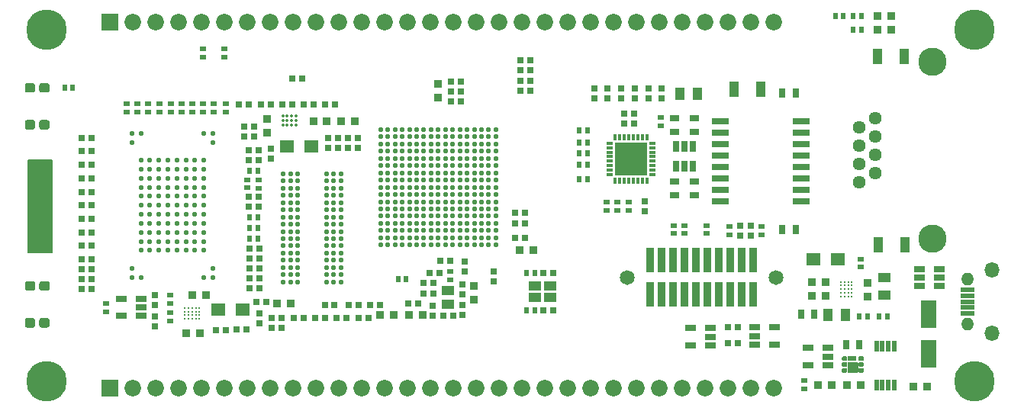
<source format=gbr>
G04 #@! TF.GenerationSoftware,KiCad,Pcbnew,(2018-01-10 revision 7e6a654)-master*
G04 #@! TF.CreationDate,2018-02-04T00:48:26+01:00*
G04 #@! TF.ProjectId,jiffy,6A696666792E6B696361645F70636200,rev?*
G04 #@! TF.SameCoordinates,Original*
G04 #@! TF.FileFunction,Soldermask,Top*
G04 #@! TF.FilePolarity,Negative*
%FSLAX46Y46*%
G04 Gerber Fmt 4.6, Leading zero omitted, Abs format (unit mm)*
G04 Created by KiCad (PCBNEW (2018-01-10 revision 7e6a654)-master) date 2018 February 04, Sunday 00:48:26*
%MOMM*%
%LPD*%
G01*
G04 APERTURE LIST*
%ADD10C,0.150000*%
%ADD11R,1.200000X0.790000*%
%ADD12R,1.920000X0.760000*%
%ADD13R,0.640000X0.740000*%
%ADD14C,0.550000*%
%ADD15C,1.640000*%
%ADD16R,0.880000X2.690000*%
%ADD17R,0.740000X0.640000*%
%ADD18R,0.940000X0.890000*%
%ADD19R,0.890000X0.940000*%
%ADD20R,0.800000X0.700000*%
%ADD21R,1.640000X1.340000*%
%ADD22R,0.740000X0.540000*%
%ADD23R,0.540000X0.740000*%
%ADD24C,0.540000*%
%ADD25C,0.235000*%
%ADD26C,0.350000*%
%ADD27C,0.590000*%
%ADD28R,1.390000X1.140000*%
%ADD29R,1.340000X1.140000*%
%ADD30R,1.140000X1.390000*%
%ADD31R,1.140000X1.740000*%
%ADD32R,0.940000X0.940000*%
%ADD33R,0.640000X1.040000*%
%ADD34O,1.690000X1.690000*%
%ADD35O,1.390000X1.390000*%
%ADD36R,1.490000X0.540000*%
%ADD37C,1.440000*%
%ADD38C,3.140000*%
%ADD39R,1.040000X0.640000*%
%ADD40R,0.790000X1.200000*%
%ADD41R,0.350000X0.800000*%
%ADD42R,0.800000X0.350000*%
%ADD43R,1.825000X1.825000*%
%ADD44R,1.740000X3.140000*%
%ADD45R,1.840000X1.840000*%
%ADD46O,1.840000X1.840000*%
%ADD47C,4.500000*%
%ADD48C,0.100000*%
%ADD49C,1.040000*%
%ADD50C,0.500000*%
%ADD51C,1.150000*%
%ADD52C,0.315000*%
%ADD53R,0.540000X1.240000*%
G04 APERTURE END LIST*
D10*
G36*
X92500000Y-86500000D02*
X95100000Y-86500000D01*
X95100000Y-96700000D01*
X92500000Y-96700000D01*
X92500000Y-96400000D01*
X92500000Y-86500000D01*
G37*
X92500000Y-86500000D02*
X95100000Y-86500000D01*
X95100000Y-96700000D01*
X92500000Y-96700000D01*
X92500000Y-96400000D01*
X92500000Y-86500000D01*
D11*
X193600000Y-100450000D03*
X193600000Y-99500000D03*
X193600000Y-98550000D03*
X191400000Y-98550000D03*
X191400000Y-100450000D03*
X191400000Y-99500000D03*
D12*
X178310000Y-82155000D03*
X178310000Y-83425000D03*
X178310000Y-84695000D03*
X178310000Y-85965000D03*
X178310000Y-87235000D03*
X178310000Y-88505000D03*
X178310000Y-89775000D03*
X178310000Y-91045000D03*
X169290000Y-91045000D03*
X169290000Y-89775000D03*
X169290000Y-88505000D03*
X169290000Y-87235000D03*
X169290000Y-85965000D03*
X169290000Y-84695000D03*
X169290000Y-83425000D03*
X169290000Y-82155000D03*
D13*
X137400000Y-102650000D03*
X137400000Y-103750000D03*
D14*
X132400000Y-83100000D03*
X133200000Y-83100000D03*
X134000000Y-83100000D03*
X134800000Y-83100000D03*
X135600000Y-83100000D03*
X136400000Y-83100000D03*
X137200000Y-83100000D03*
X138000000Y-83100000D03*
X138800000Y-83100000D03*
X139600000Y-83100000D03*
X140400000Y-83100000D03*
X141200000Y-83100000D03*
X142000000Y-83100000D03*
X142800000Y-83100000D03*
X143600000Y-83100000D03*
X144400000Y-83100000D03*
X131600000Y-83900000D03*
X132400000Y-83900000D03*
X133200000Y-83900000D03*
X134000000Y-83900000D03*
X134800000Y-83900000D03*
X135600000Y-83900000D03*
X136400000Y-83900000D03*
X137200000Y-83900000D03*
X138000000Y-83900000D03*
X138800000Y-83900000D03*
X139600000Y-83900000D03*
X140400000Y-83900000D03*
X141200000Y-83900000D03*
X142000000Y-83900000D03*
X142800000Y-83900000D03*
X143600000Y-83900000D03*
X144400000Y-83900000D03*
X131600000Y-84700000D03*
X132400000Y-84700000D03*
X133200000Y-84700000D03*
X134000000Y-84700000D03*
X134800000Y-84700000D03*
X135600000Y-84700000D03*
X136400000Y-84700000D03*
X137200000Y-84700000D03*
X138000000Y-84700000D03*
X138800000Y-84700000D03*
X139600000Y-84700000D03*
X140400000Y-84700000D03*
X141200000Y-84700000D03*
X142000000Y-84700000D03*
X142800000Y-84700000D03*
X143600000Y-84700000D03*
X144400000Y-84700000D03*
X131600000Y-85500000D03*
X132400000Y-85500000D03*
X133200000Y-85500000D03*
X134000000Y-85500000D03*
X134800000Y-85500000D03*
X135600000Y-85500000D03*
X136400000Y-85500000D03*
X137200000Y-85500000D03*
X138000000Y-85500000D03*
X138800000Y-85500000D03*
X139600000Y-85500000D03*
X140400000Y-85500000D03*
X141200000Y-85500000D03*
X142000000Y-85500000D03*
X142800000Y-85500000D03*
X143600000Y-85500000D03*
X144400000Y-85500000D03*
X131600000Y-86300000D03*
X132400000Y-86300000D03*
X133200000Y-86300000D03*
X134000000Y-86300000D03*
X134800000Y-86300000D03*
X135600000Y-86300000D03*
X136400000Y-86300000D03*
X137200000Y-86300000D03*
X138000000Y-86300000D03*
X138800000Y-86300000D03*
X139600000Y-86300000D03*
X140400000Y-86300000D03*
X141200000Y-86300000D03*
X142000000Y-86300000D03*
X142800000Y-86300000D03*
X143600000Y-86300000D03*
X144400000Y-86300000D03*
X131600000Y-87100000D03*
X132400000Y-87100000D03*
X133200000Y-87100000D03*
X134000000Y-87100000D03*
X134800000Y-87100000D03*
X135600000Y-87100000D03*
X136400000Y-87100000D03*
X137200000Y-87100000D03*
X138000000Y-87100000D03*
X138800000Y-87100000D03*
X139600000Y-87100000D03*
X140400000Y-87100000D03*
X141200000Y-87100000D03*
X142000000Y-87100000D03*
X142800000Y-87100000D03*
X143600000Y-87100000D03*
X144400000Y-87100000D03*
X131600000Y-87900000D03*
X132400000Y-87900000D03*
X133200000Y-87900000D03*
X134000000Y-87900000D03*
X134800000Y-87900000D03*
X135600000Y-87900000D03*
X136400000Y-87900000D03*
X137200000Y-87900000D03*
X138000000Y-87900000D03*
X138800000Y-87900000D03*
X139600000Y-87900000D03*
X140400000Y-87900000D03*
X141200000Y-87900000D03*
X142000000Y-87900000D03*
X142800000Y-87900000D03*
X143600000Y-87900000D03*
X144400000Y-87900000D03*
X131600000Y-88700000D03*
X132400000Y-88700000D03*
X133200000Y-88700000D03*
X134000000Y-88700000D03*
X134800000Y-88700000D03*
X135600000Y-88700000D03*
X136400000Y-88700000D03*
X137200000Y-88700000D03*
X138000000Y-88700000D03*
X138800000Y-88700000D03*
X139600000Y-88700000D03*
X140400000Y-88700000D03*
X141200000Y-88700000D03*
X142000000Y-88700000D03*
X142800000Y-88700000D03*
X143600000Y-88700000D03*
X144400000Y-88700000D03*
X131600000Y-89500000D03*
X132400000Y-89500000D03*
X133200000Y-89500000D03*
X134000000Y-89500000D03*
X134800000Y-89500000D03*
X135600000Y-89500000D03*
X136400000Y-89500000D03*
X137200000Y-89500000D03*
X138000000Y-89500000D03*
X138800000Y-89500000D03*
X139600000Y-89500000D03*
X140400000Y-89500000D03*
X141200000Y-89500000D03*
X142000000Y-89500000D03*
X142800000Y-89500000D03*
X143600000Y-89500000D03*
X144400000Y-89500000D03*
X131600000Y-90300000D03*
X132400000Y-90300000D03*
X133200000Y-90300000D03*
X134000000Y-90300000D03*
X134800000Y-90300000D03*
X135600000Y-90300000D03*
X136400000Y-90300000D03*
X137200000Y-90300000D03*
X138000000Y-90300000D03*
X138800000Y-90300000D03*
X139600000Y-90300000D03*
X140400000Y-90300000D03*
X141200000Y-90300000D03*
X142000000Y-90300000D03*
X142800000Y-90300000D03*
X143600000Y-90300000D03*
X144400000Y-90300000D03*
X131600000Y-91100000D03*
X132400000Y-91100000D03*
X133200000Y-91100000D03*
X134000000Y-91100000D03*
X134800000Y-91100000D03*
X135600000Y-91100000D03*
X136400000Y-91100000D03*
X137200000Y-91100000D03*
X138000000Y-91100000D03*
X138800000Y-91100000D03*
X139600000Y-91100000D03*
X140400000Y-91100000D03*
X141200000Y-91100000D03*
X142000000Y-91100000D03*
X142800000Y-91100000D03*
X143600000Y-91100000D03*
X144400000Y-91100000D03*
X131600000Y-91900000D03*
X132400000Y-91900000D03*
X133200000Y-91900000D03*
X134000000Y-91900000D03*
X134800000Y-91900000D03*
X135600000Y-91900000D03*
X136400000Y-91900000D03*
X137200000Y-91900000D03*
X138000000Y-91900000D03*
X138800000Y-91900000D03*
X139600000Y-91900000D03*
X140400000Y-91900000D03*
X141200000Y-91900000D03*
X142000000Y-91900000D03*
X142800000Y-91900000D03*
X143600000Y-91900000D03*
X144400000Y-91900000D03*
X131600000Y-92700000D03*
X132400000Y-92700000D03*
X133200000Y-92700000D03*
X134000000Y-92700000D03*
X134800000Y-92700000D03*
X135600000Y-92700000D03*
X136400000Y-92700000D03*
X137200000Y-92700000D03*
X138000000Y-92700000D03*
X138800000Y-92700000D03*
X139600000Y-92700000D03*
X140400000Y-92700000D03*
X141200000Y-92700000D03*
X142000000Y-92700000D03*
X142800000Y-92700000D03*
X143600000Y-92700000D03*
X144400000Y-92700000D03*
X131600000Y-93500000D03*
X132400000Y-93500000D03*
X133200000Y-93500000D03*
X134000000Y-93500000D03*
X134800000Y-93500000D03*
X135600000Y-93500000D03*
X136400000Y-93500000D03*
X137200000Y-93500000D03*
X138000000Y-93500000D03*
X138800000Y-93500000D03*
X139600000Y-93500000D03*
X140400000Y-93500000D03*
X141200000Y-93500000D03*
X142000000Y-93500000D03*
X142800000Y-93500000D03*
X143600000Y-93500000D03*
X144400000Y-93500000D03*
X131600000Y-94300000D03*
X132400000Y-94300000D03*
X133200000Y-94300000D03*
X134000000Y-94300000D03*
X134800000Y-94300000D03*
X135600000Y-94300000D03*
X136400000Y-94300000D03*
X137200000Y-94300000D03*
X138000000Y-94300000D03*
X138800000Y-94300000D03*
X139600000Y-94300000D03*
X140400000Y-94300000D03*
X141200000Y-94300000D03*
X142000000Y-94300000D03*
X142800000Y-94300000D03*
X143600000Y-94300000D03*
X144400000Y-94300000D03*
X131600000Y-95100000D03*
X132400000Y-95100000D03*
X133200000Y-95100000D03*
X134000000Y-95100000D03*
X134800000Y-95100000D03*
X135600000Y-95100000D03*
X136400000Y-95100000D03*
X137200000Y-95100000D03*
X138000000Y-95100000D03*
X138800000Y-95100000D03*
X139600000Y-95100000D03*
X140400000Y-95100000D03*
X141200000Y-95100000D03*
X142000000Y-95100000D03*
X142800000Y-95100000D03*
X143600000Y-95100000D03*
X144400000Y-95100000D03*
X131600000Y-95900000D03*
X132400000Y-95900000D03*
X133200000Y-95900000D03*
X134000000Y-95900000D03*
X134800000Y-95900000D03*
X135600000Y-95900000D03*
X136400000Y-95900000D03*
X137200000Y-95900000D03*
X138000000Y-95900000D03*
X138800000Y-95900000D03*
X139600000Y-95900000D03*
X140400000Y-95900000D03*
X141200000Y-95900000D03*
X142000000Y-95900000D03*
X142800000Y-95900000D03*
X143600000Y-95900000D03*
X144400000Y-95900000D03*
X131600000Y-83100000D03*
D15*
X158945000Y-99500000D03*
X175455000Y-99500000D03*
D16*
X172915000Y-97595000D03*
X172915000Y-101405000D03*
X171645000Y-97595000D03*
X171645000Y-101405000D03*
X170375000Y-97595000D03*
X170375000Y-101405000D03*
X169105000Y-97595000D03*
X169105000Y-101405000D03*
X167835000Y-97595000D03*
X167835000Y-101405000D03*
X166565000Y-97595000D03*
X166565000Y-101405000D03*
X165295000Y-97595000D03*
X165295000Y-101405000D03*
X164025000Y-97595000D03*
X164025000Y-101405000D03*
X162755000Y-97595000D03*
X162755000Y-101405000D03*
X161485000Y-97595000D03*
X161485000Y-101405000D03*
D13*
X140950000Y-97750000D03*
X140950000Y-98850000D03*
D17*
X146550000Y-95150000D03*
X147650000Y-95150000D03*
D13*
X125800000Y-84050000D03*
X125800000Y-85150000D03*
D17*
X136350000Y-100100000D03*
X137450000Y-100100000D03*
X139450000Y-77800000D03*
X140550000Y-77800000D03*
D18*
X147050000Y-96450000D03*
X148550000Y-96450000D03*
D17*
X147650000Y-93500000D03*
X146550000Y-93500000D03*
X118050000Y-90550000D03*
X116950000Y-90550000D03*
X118050000Y-91650000D03*
X116950000Y-91650000D03*
D13*
X129100000Y-84050000D03*
X129100000Y-85150000D03*
D17*
X137050000Y-99000000D03*
X138150000Y-99000000D03*
X140550000Y-78900000D03*
X139450000Y-78900000D03*
X147650000Y-92300000D03*
X146550000Y-92300000D03*
D13*
X128000000Y-85150000D03*
X128000000Y-84050000D03*
D17*
X139450000Y-80000000D03*
X140550000Y-80000000D03*
D13*
X144150000Y-98850000D03*
X144150000Y-99950000D03*
X140650000Y-100300000D03*
X140650000Y-101400000D03*
X126900000Y-84050000D03*
X126900000Y-85150000D03*
D17*
X138250000Y-97700000D03*
X139350000Y-97700000D03*
D19*
X138000000Y-78050000D03*
X138000000Y-79550000D03*
X141950000Y-101950000D03*
X141950000Y-100450000D03*
D17*
X135750000Y-102400000D03*
X134650000Y-102400000D03*
D18*
X124150000Y-82200000D03*
X125650000Y-82200000D03*
D17*
X118300000Y-80300000D03*
X119400000Y-80300000D03*
X125450000Y-104000000D03*
X124350000Y-104000000D03*
X136350000Y-101300000D03*
X137450000Y-101300000D03*
X125450000Y-80300000D03*
X126550000Y-80300000D03*
X126750000Y-104000000D03*
X127850000Y-104000000D03*
D18*
X134750000Y-103700000D03*
X136250000Y-103700000D03*
D17*
X121800000Y-80300000D03*
X120700000Y-80300000D03*
X121950000Y-104000000D03*
X123050000Y-104000000D03*
X123050000Y-80300000D03*
X124150000Y-80300000D03*
X120650000Y-104000000D03*
X119550000Y-104000000D03*
X117000000Y-80300000D03*
X115900000Y-80300000D03*
X120650000Y-105100000D03*
X119550000Y-105100000D03*
X118150000Y-98500000D03*
X117050000Y-98500000D03*
X118050000Y-85400000D03*
X116950000Y-85400000D03*
X129150000Y-104000000D03*
X130250000Y-104000000D03*
X122900000Y-77450000D03*
X121800000Y-77450000D03*
X118150000Y-97400000D03*
X117050000Y-97400000D03*
X118150000Y-96300000D03*
X117050000Y-96300000D03*
X118900000Y-102250000D03*
X117800000Y-102250000D03*
D18*
X131550000Y-103700000D03*
X133050000Y-103700000D03*
D17*
X148200000Y-76500000D03*
X147100000Y-76500000D03*
X118050000Y-86500000D03*
X116950000Y-86500000D03*
X117050000Y-99600000D03*
X118150000Y-99600000D03*
X113300000Y-105350000D03*
X114400000Y-105350000D03*
X147100000Y-75350000D03*
X148200000Y-75350000D03*
X129200000Y-102550000D03*
X128100000Y-102550000D03*
X116450000Y-83850000D03*
X117550000Y-83850000D03*
X116450000Y-82750000D03*
X117550000Y-82750000D03*
D13*
X106550000Y-102600000D03*
X106550000Y-101500000D03*
D17*
X147100000Y-77650000D03*
X148200000Y-77650000D03*
X115650000Y-105300000D03*
X116750000Y-105300000D03*
X130450000Y-102550000D03*
X131550000Y-102550000D03*
X125400000Y-102550000D03*
X126500000Y-102550000D03*
X148200000Y-78800000D03*
X147100000Y-78800000D03*
X117050000Y-100700000D03*
X118150000Y-100700000D03*
D13*
X118200000Y-103500000D03*
X118200000Y-104600000D03*
X119400000Y-86350000D03*
X119400000Y-85250000D03*
D18*
X120150000Y-102400000D03*
X121650000Y-102400000D03*
X110700000Y-101450000D03*
X112200000Y-101450000D03*
D13*
X160900000Y-92150000D03*
X160900000Y-91050000D03*
D18*
X128750000Y-82200000D03*
X127250000Y-82200000D03*
D13*
X106550000Y-103800000D03*
X106550000Y-104900000D03*
X171500000Y-94850000D03*
X171500000Y-93750000D03*
X172700000Y-93750000D03*
X172700000Y-94850000D03*
D19*
X119000000Y-81950000D03*
X119000000Y-83450000D03*
D18*
X111550000Y-105700000D03*
X110050000Y-105700000D03*
D13*
X140650000Y-102600000D03*
X140650000Y-103700000D03*
D17*
X139650000Y-103750000D03*
X138550000Y-103750000D03*
X149650000Y-99000000D03*
X150750000Y-99000000D03*
X150750000Y-103200000D03*
X149650000Y-103200000D03*
X98450000Y-98600000D03*
X99550000Y-98600000D03*
D20*
X99550000Y-84000000D03*
X98450000Y-84000000D03*
D17*
X99550000Y-85500000D03*
X98450000Y-85500000D03*
X98450000Y-99700000D03*
X99550000Y-99700000D03*
X98450000Y-93000000D03*
X99550000Y-93000000D03*
X98450000Y-100800000D03*
X99550000Y-100800000D03*
X99550000Y-87000000D03*
X98450000Y-87000000D03*
X98450000Y-88500000D03*
X99550000Y-88500000D03*
X99550000Y-91500000D03*
X98450000Y-91500000D03*
X99550000Y-96000000D03*
X98450000Y-96000000D03*
X98450000Y-97500000D03*
X99550000Y-97500000D03*
X99550000Y-94500000D03*
X98450000Y-94500000D03*
X99550000Y-90000000D03*
X98450000Y-90000000D03*
D21*
X113600000Y-103100000D03*
X116300000Y-103100000D03*
X123900000Y-85000000D03*
X121200000Y-85000000D03*
D22*
X139300000Y-99750000D03*
X139300000Y-98850000D03*
D23*
X147800000Y-99000000D03*
X148700000Y-99000000D03*
X117050000Y-87650000D03*
X117950000Y-87650000D03*
X117050000Y-95200000D03*
X117950000Y-95200000D03*
X117950000Y-92800000D03*
X117050000Y-92800000D03*
X154550000Y-84500000D03*
X153650000Y-84500000D03*
X154550000Y-85700000D03*
X153650000Y-85700000D03*
X134450000Y-99700000D03*
X133550000Y-99700000D03*
X117950000Y-94000000D03*
X117050000Y-94000000D03*
D22*
X108250000Y-102400000D03*
X108250000Y-101500000D03*
X108250000Y-103450000D03*
X108250000Y-104350000D03*
X101150000Y-103300000D03*
X101150000Y-102400000D03*
X164100000Y-93750000D03*
X164100000Y-94650000D03*
X165300000Y-94650000D03*
X165300000Y-93750000D03*
X167800000Y-93750000D03*
X167800000Y-94650000D03*
X170300000Y-94750000D03*
X170300000Y-93850000D03*
X173900000Y-94750000D03*
X173900000Y-93850000D03*
D23*
X97450000Y-78450000D03*
X96550000Y-78450000D03*
D22*
X109500000Y-81150000D03*
X109500000Y-80250000D03*
D23*
X148700000Y-103150000D03*
X147800000Y-103150000D03*
D22*
X110700000Y-81150000D03*
X110700000Y-80250000D03*
X103400000Y-80250000D03*
X103400000Y-81150000D03*
X108300000Y-81150000D03*
X108300000Y-80250000D03*
X105800000Y-81150000D03*
X105800000Y-80250000D03*
X104600000Y-80250000D03*
X104600000Y-81150000D03*
X107100000Y-81150000D03*
X107100000Y-80250000D03*
X113100000Y-80250000D03*
X113100000Y-81150000D03*
X111900000Y-81150000D03*
X111900000Y-80250000D03*
X114400000Y-80250000D03*
X114400000Y-81150000D03*
D24*
X127200000Y-100000000D03*
X126400000Y-100000000D03*
X125600000Y-100000000D03*
X122400000Y-100000000D03*
X121600000Y-100000000D03*
X120800000Y-100000000D03*
X127200000Y-99200000D03*
X126400000Y-99200000D03*
X125600000Y-99200000D03*
X122400000Y-99200000D03*
X121600000Y-99200000D03*
X120800000Y-99200000D03*
X127200000Y-98400000D03*
X126400000Y-98400000D03*
X125600000Y-98400000D03*
X122400000Y-98400000D03*
X121600000Y-98400000D03*
X120800000Y-98400000D03*
X127200000Y-97600000D03*
X126400000Y-97600000D03*
X125600000Y-97600000D03*
X122400000Y-97600000D03*
X121600000Y-97600000D03*
X120800000Y-97600000D03*
X127200000Y-96800000D03*
X126400000Y-96800000D03*
X125600000Y-96800000D03*
X122400000Y-96800000D03*
X121600000Y-96800000D03*
X120800000Y-96800000D03*
X127200000Y-96000000D03*
X126400000Y-96000000D03*
X125600000Y-96000000D03*
X122400000Y-96000000D03*
X121600000Y-96000000D03*
X120800000Y-96000000D03*
X127200000Y-95200000D03*
X126400000Y-95200000D03*
X125600000Y-95200000D03*
X122400000Y-95200000D03*
X121600000Y-95200000D03*
X120800000Y-95200000D03*
X127200000Y-94400000D03*
X126400000Y-94400000D03*
X125600000Y-94400000D03*
X122400000Y-94400000D03*
X121600000Y-94400000D03*
X120800000Y-94400000D03*
X127200000Y-93600000D03*
X126400000Y-93600000D03*
X125600000Y-93600000D03*
X122400000Y-93600000D03*
X121600000Y-93600000D03*
X120800000Y-93600000D03*
X127200000Y-92800000D03*
X126400000Y-92800000D03*
X125600000Y-92800000D03*
X122400000Y-92800000D03*
X121600000Y-92800000D03*
X120800000Y-92800000D03*
X127200000Y-92000000D03*
X126400000Y-92000000D03*
X125600000Y-92000000D03*
X122400000Y-92000000D03*
X121600000Y-92000000D03*
X120800000Y-92000000D03*
X127200000Y-91200000D03*
X126400000Y-91200000D03*
X125600000Y-91200000D03*
X122400000Y-91200000D03*
X121600000Y-91200000D03*
X120800000Y-91200000D03*
X127200000Y-90400000D03*
X126400000Y-90400000D03*
X125600000Y-90400000D03*
X122400000Y-90400000D03*
X121600000Y-90400000D03*
X120800000Y-90400000D03*
X127200000Y-89600000D03*
X126400000Y-89600000D03*
X125600000Y-89600000D03*
X122400000Y-89600000D03*
X121600000Y-89600000D03*
X120800000Y-89600000D03*
X127200000Y-88800000D03*
X126400000Y-88800000D03*
X125600000Y-88800000D03*
X122400000Y-88800000D03*
X121600000Y-88800000D03*
X120800000Y-88800000D03*
X127200000Y-88000000D03*
X126400000Y-88000000D03*
X125600000Y-88000000D03*
X122400000Y-88000000D03*
X121600000Y-88000000D03*
X120800000Y-88000000D03*
D11*
X102800000Y-103750000D03*
X102800000Y-101850000D03*
X105000000Y-101850000D03*
X105000000Y-102800000D03*
X105000000Y-103750000D03*
D25*
X109900000Y-104100000D03*
X109900000Y-103700000D03*
X109900000Y-103300000D03*
X109900000Y-102900000D03*
X110300000Y-104100000D03*
X110300000Y-103700000D03*
X110300000Y-103300000D03*
X110300000Y-102900000D03*
X110700000Y-104100000D03*
X110700000Y-103700000D03*
X110700000Y-103300000D03*
X110700000Y-102900000D03*
X111100000Y-104100000D03*
X111100000Y-103700000D03*
X111100000Y-103300000D03*
X111100000Y-102900000D03*
X111500000Y-104100000D03*
X111500000Y-103700000D03*
X111500000Y-103300000D03*
X111500000Y-102900000D03*
D26*
X120750000Y-82600000D03*
X120750000Y-82100000D03*
X120750000Y-81600000D03*
X121250000Y-82600000D03*
X121250000Y-82100000D03*
X121250000Y-81600000D03*
X121750000Y-82600000D03*
X121750000Y-82100000D03*
X121750000Y-81600000D03*
X122250000Y-82600000D03*
X122250000Y-82100000D03*
X122250000Y-81600000D03*
D27*
X113000000Y-99500000D03*
X112000000Y-99500000D03*
X105000000Y-99500000D03*
X104000000Y-99500000D03*
X113000000Y-98500000D03*
X104000000Y-98500000D03*
X112000000Y-96500000D03*
X111000000Y-96500000D03*
X110000000Y-96500000D03*
X109000000Y-96500000D03*
X108000000Y-96500000D03*
X107000000Y-96500000D03*
X106000000Y-96500000D03*
X105000000Y-96500000D03*
X112000000Y-95500000D03*
X111000000Y-95500000D03*
X110000000Y-95500000D03*
X109000000Y-95500000D03*
X108000000Y-95500000D03*
X107000000Y-95500000D03*
X106000000Y-95500000D03*
X105000000Y-95500000D03*
X112000000Y-94500000D03*
X111000000Y-94500000D03*
X110000000Y-94500000D03*
X109000000Y-94500000D03*
X108000000Y-94500000D03*
X107000000Y-94500000D03*
X106000000Y-94500000D03*
X105000000Y-94500000D03*
X112000000Y-93500000D03*
X111000000Y-93500000D03*
X110000000Y-93500000D03*
X109000000Y-93500000D03*
X108000000Y-93500000D03*
X107000000Y-93500000D03*
X106000000Y-93500000D03*
X105000000Y-93500000D03*
X112000000Y-92500000D03*
X111000000Y-92500000D03*
X110000000Y-92500000D03*
X109000000Y-92500000D03*
X108000000Y-92500000D03*
X107000000Y-92500000D03*
X106000000Y-92500000D03*
X105000000Y-92500000D03*
X112000000Y-91500000D03*
X111000000Y-91500000D03*
X110000000Y-91500000D03*
X109000000Y-91500000D03*
X108000000Y-91500000D03*
X107000000Y-91500000D03*
X106000000Y-91500000D03*
X105000000Y-91500000D03*
X112000000Y-90500000D03*
X111000000Y-90500000D03*
X110000000Y-90500000D03*
X109000000Y-90500000D03*
X108000000Y-90500000D03*
X107000000Y-90500000D03*
X106000000Y-90500000D03*
X105000000Y-90500000D03*
X112000000Y-89500000D03*
X111000000Y-89500000D03*
X110000000Y-89500000D03*
X109000000Y-89500000D03*
X108000000Y-89500000D03*
X107000000Y-89500000D03*
X106000000Y-89500000D03*
X105000000Y-89500000D03*
X112000000Y-88500000D03*
X111000000Y-88500000D03*
X110000000Y-88500000D03*
X109000000Y-88500000D03*
X108000000Y-88500000D03*
X107000000Y-88500000D03*
X106000000Y-88500000D03*
X105000000Y-88500000D03*
X112000000Y-87500000D03*
X111000000Y-87500000D03*
X110000000Y-87500000D03*
X109000000Y-87500000D03*
X108000000Y-87500000D03*
X107000000Y-87500000D03*
X106000000Y-87500000D03*
X105000000Y-87500000D03*
X112000000Y-86500000D03*
X111000000Y-86500000D03*
X110000000Y-86500000D03*
X109000000Y-86500000D03*
X108000000Y-86500000D03*
X107000000Y-86500000D03*
X106000000Y-86500000D03*
X105000000Y-86500000D03*
X113000000Y-84500000D03*
X104000000Y-84500000D03*
X113000000Y-83500000D03*
X112000000Y-83500000D03*
X105000000Y-83500000D03*
X104000000Y-83500000D03*
D28*
X139100000Y-102450000D03*
X139100000Y-100950000D03*
D29*
X150450000Y-100450000D03*
X148750000Y-100450000D03*
X148750000Y-101750000D03*
X150450000Y-101750000D03*
D18*
X183350000Y-111500000D03*
X184850000Y-111500000D03*
X181650000Y-111500000D03*
X180150000Y-111500000D03*
D28*
X187500000Y-99500000D03*
X187500000Y-101500000D03*
D30*
X183200000Y-103700000D03*
X181200000Y-103700000D03*
D13*
X155300000Y-79650000D03*
X155300000Y-78550000D03*
X156800000Y-78550000D03*
X156800000Y-79650000D03*
X158300000Y-79650000D03*
X158300000Y-78550000D03*
X159800000Y-78550000D03*
X159800000Y-79650000D03*
X161300000Y-78550000D03*
X161300000Y-79650000D03*
X162800000Y-78550000D03*
X162800000Y-79650000D03*
D30*
X166800000Y-79100000D03*
X164800000Y-79100000D03*
D17*
X158650000Y-81300000D03*
X159750000Y-81300000D03*
X159750000Y-82400000D03*
X158650000Y-82400000D03*
D31*
X170800000Y-78600000D03*
X173800000Y-78600000D03*
X186700000Y-75000000D03*
X189700000Y-75000000D03*
X189800000Y-95900000D03*
X186800000Y-95900000D03*
D32*
X188300000Y-72000000D03*
X186700000Y-72000000D03*
X186700000Y-70500000D03*
X188300000Y-70500000D03*
D33*
X184750000Y-107000000D03*
X183250000Y-107000000D03*
X179750000Y-103600000D03*
X178250000Y-103600000D03*
D34*
X199450000Y-98700000D03*
X199450000Y-105700000D03*
D35*
X196750000Y-99700000D03*
X196750000Y-104700000D03*
D36*
X196750000Y-100900000D03*
X196750000Y-101550000D03*
X196750000Y-102200000D03*
X196750000Y-102850000D03*
X196750000Y-103500000D03*
D37*
X186490000Y-81830000D03*
X184710000Y-82850000D03*
X186490000Y-83870000D03*
X184710000Y-84890000D03*
X186490000Y-85910000D03*
X184710000Y-86930000D03*
X186490000Y-87950000D03*
X184710000Y-88970000D03*
D38*
X192800000Y-75600000D03*
X192800000Y-95200000D03*
D22*
X178600000Y-111850000D03*
X178600000Y-110950000D03*
X156700000Y-92050000D03*
X156700000Y-91150000D03*
X157900000Y-91150000D03*
X157900000Y-92050000D03*
X159100000Y-92050000D03*
X159100000Y-91150000D03*
D23*
X184950000Y-72000000D03*
X184050000Y-72000000D03*
D22*
X162700000Y-81750000D03*
X162700000Y-82650000D03*
D39*
X164200000Y-83350000D03*
X164200000Y-81850000D03*
D23*
X153650000Y-88600000D03*
X154550000Y-88600000D03*
X184050000Y-70500000D03*
X184950000Y-70500000D03*
D39*
X166400000Y-81850000D03*
X166400000Y-83350000D03*
D23*
X182050000Y-70500000D03*
X182950000Y-70500000D03*
D39*
X166400000Y-88850000D03*
X166400000Y-90350000D03*
X164200000Y-90350000D03*
X164200000Y-88850000D03*
D33*
X176150000Y-79000000D03*
X177650000Y-79000000D03*
X176150000Y-94200000D03*
X177650000Y-94200000D03*
D11*
X179000000Y-109250000D03*
X179000000Y-107350000D03*
X181200000Y-107350000D03*
X181200000Y-108300000D03*
X181200000Y-109250000D03*
D40*
X165300000Y-85000000D03*
X164350000Y-85000000D03*
X166250000Y-85000000D03*
X166250000Y-87200000D03*
X165300000Y-87200000D03*
X164350000Y-87200000D03*
D41*
X161150000Y-83950000D03*
X160650000Y-83950000D03*
X160150000Y-83950000D03*
X159650000Y-83950000D03*
X159150000Y-83950000D03*
X158650000Y-83950000D03*
X158150000Y-83950000D03*
X157650000Y-83950000D03*
D42*
X157000000Y-84600000D03*
X157000000Y-85100000D03*
X157000000Y-85600000D03*
X157000000Y-86100000D03*
X157000000Y-86600000D03*
X157000000Y-87100000D03*
X157000000Y-87600000D03*
X157000000Y-88100000D03*
D41*
X157650000Y-88750000D03*
X158150000Y-88750000D03*
X158650000Y-88750000D03*
X159150000Y-88750000D03*
X159650000Y-88750000D03*
X160150000Y-88750000D03*
X160650000Y-88750000D03*
X161150000Y-88750000D03*
D42*
X161800000Y-88100000D03*
X161800000Y-87600000D03*
X161800000Y-87100000D03*
X161800000Y-86600000D03*
X161800000Y-86100000D03*
X161800000Y-85600000D03*
X161800000Y-85100000D03*
X161800000Y-84600000D03*
D43*
X158537500Y-87212500D03*
X160262500Y-87212500D03*
X158537500Y-85487500D03*
X160262500Y-85487500D03*
D44*
X192400000Y-103550000D03*
X192400000Y-107950000D03*
D45*
X101600000Y-71120000D03*
D46*
X104140000Y-71120000D03*
X106680000Y-71120000D03*
X109220000Y-71120000D03*
X111760000Y-71120000D03*
X114300000Y-71120000D03*
X116840000Y-71120000D03*
X119380000Y-71120000D03*
X121920000Y-71120000D03*
X124460000Y-71120000D03*
X127000000Y-71120000D03*
X129540000Y-71120000D03*
X132080000Y-71120000D03*
X134620000Y-71120000D03*
X137160000Y-71120000D03*
X139700000Y-71120000D03*
X142240000Y-71120000D03*
X144780000Y-71120000D03*
X147320000Y-71120000D03*
X149860000Y-71120000D03*
X152400000Y-71120000D03*
X154940000Y-71120000D03*
X157480000Y-71120000D03*
X160020000Y-71120000D03*
X162560000Y-71120000D03*
X165100000Y-71120000D03*
X167640000Y-71120000D03*
X170180000Y-71120000D03*
X172720000Y-71120000D03*
X175260000Y-71120000D03*
X175260000Y-111760000D03*
X172720000Y-111760000D03*
X170180000Y-111760000D03*
X167640000Y-111760000D03*
X165100000Y-111760000D03*
X162560000Y-111760000D03*
X160020000Y-111760000D03*
X157480000Y-111760000D03*
X154940000Y-111760000D03*
X152400000Y-111760000D03*
X149860000Y-111760000D03*
X147320000Y-111760000D03*
X144780000Y-111760000D03*
X142240000Y-111760000D03*
X139700000Y-111760000D03*
X137160000Y-111760000D03*
X134620000Y-111760000D03*
X132080000Y-111760000D03*
X129540000Y-111760000D03*
X127000000Y-111760000D03*
X124460000Y-111760000D03*
X121920000Y-111760000D03*
X119380000Y-111760000D03*
X116840000Y-111760000D03*
X114300000Y-111760000D03*
X111760000Y-111760000D03*
X109220000Y-111760000D03*
X106680000Y-111760000D03*
X104140000Y-111760000D03*
D45*
X101600000Y-111760000D03*
D47*
X94500000Y-72000000D03*
X94500000Y-111000000D03*
X197500000Y-72000000D03*
X197500000Y-111000000D03*
D23*
X154550000Y-87000000D03*
X153650000Y-87000000D03*
X153650000Y-83200000D03*
X154550000Y-83200000D03*
D22*
X118100000Y-88700000D03*
X118100000Y-89600000D03*
X116800000Y-88650000D03*
X116800000Y-89550000D03*
X114300000Y-75050000D03*
X114300000Y-74150000D03*
X111900000Y-74150000D03*
X111900000Y-75050000D03*
D48*
G36*
X93035484Y-82031252D02*
X93060723Y-82034996D01*
X93085474Y-82041196D01*
X93109498Y-82049791D01*
X93132563Y-82060700D01*
X93154448Y-82073818D01*
X93174942Y-82089017D01*
X93193848Y-82106152D01*
X93210983Y-82125058D01*
X93226182Y-82145552D01*
X93239300Y-82167437D01*
X93250209Y-82190502D01*
X93258804Y-82214526D01*
X93265004Y-82239277D01*
X93268748Y-82264516D01*
X93270000Y-82290000D01*
X93270000Y-82810000D01*
X93268748Y-82835484D01*
X93265004Y-82860723D01*
X93258804Y-82885474D01*
X93250209Y-82909498D01*
X93239300Y-82932563D01*
X93226182Y-82954448D01*
X93210983Y-82974942D01*
X93193848Y-82993848D01*
X93174942Y-83010983D01*
X93154448Y-83026182D01*
X93132563Y-83039300D01*
X93109498Y-83050209D01*
X93085474Y-83058804D01*
X93060723Y-83065004D01*
X93035484Y-83068748D01*
X93010000Y-83070000D01*
X92390000Y-83070000D01*
X92364516Y-83068748D01*
X92339277Y-83065004D01*
X92314526Y-83058804D01*
X92290502Y-83050209D01*
X92267437Y-83039300D01*
X92245552Y-83026182D01*
X92225058Y-83010983D01*
X92206152Y-82993848D01*
X92189017Y-82974942D01*
X92173818Y-82954448D01*
X92160700Y-82932563D01*
X92149791Y-82909498D01*
X92141196Y-82885474D01*
X92134996Y-82860723D01*
X92131252Y-82835484D01*
X92130000Y-82810000D01*
X92130000Y-82290000D01*
X92131252Y-82264516D01*
X92134996Y-82239277D01*
X92141196Y-82214526D01*
X92149791Y-82190502D01*
X92160700Y-82167437D01*
X92173818Y-82145552D01*
X92189017Y-82125058D01*
X92206152Y-82106152D01*
X92225058Y-82089017D01*
X92245552Y-82073818D01*
X92267437Y-82060700D01*
X92290502Y-82049791D01*
X92314526Y-82041196D01*
X92339277Y-82034996D01*
X92364516Y-82031252D01*
X92390000Y-82030000D01*
X93010000Y-82030000D01*
X93035484Y-82031252D01*
X93035484Y-82031252D01*
G37*
D49*
X92700000Y-82550000D03*
D48*
G36*
X93035484Y-77931252D02*
X93060723Y-77934996D01*
X93085474Y-77941196D01*
X93109498Y-77949791D01*
X93132563Y-77960700D01*
X93154448Y-77973818D01*
X93174942Y-77989017D01*
X93193848Y-78006152D01*
X93210983Y-78025058D01*
X93226182Y-78045552D01*
X93239300Y-78067437D01*
X93250209Y-78090502D01*
X93258804Y-78114526D01*
X93265004Y-78139277D01*
X93268748Y-78164516D01*
X93270000Y-78190000D01*
X93270000Y-78710000D01*
X93268748Y-78735484D01*
X93265004Y-78760723D01*
X93258804Y-78785474D01*
X93250209Y-78809498D01*
X93239300Y-78832563D01*
X93226182Y-78854448D01*
X93210983Y-78874942D01*
X93193848Y-78893848D01*
X93174942Y-78910983D01*
X93154448Y-78926182D01*
X93132563Y-78939300D01*
X93109498Y-78950209D01*
X93085474Y-78958804D01*
X93060723Y-78965004D01*
X93035484Y-78968748D01*
X93010000Y-78970000D01*
X92390000Y-78970000D01*
X92364516Y-78968748D01*
X92339277Y-78965004D01*
X92314526Y-78958804D01*
X92290502Y-78950209D01*
X92267437Y-78939300D01*
X92245552Y-78926182D01*
X92225058Y-78910983D01*
X92206152Y-78893848D01*
X92189017Y-78874942D01*
X92173818Y-78854448D01*
X92160700Y-78832563D01*
X92149791Y-78809498D01*
X92141196Y-78785474D01*
X92134996Y-78760723D01*
X92131252Y-78735484D01*
X92130000Y-78710000D01*
X92130000Y-78190000D01*
X92131252Y-78164516D01*
X92134996Y-78139277D01*
X92141196Y-78114526D01*
X92149791Y-78090502D01*
X92160700Y-78067437D01*
X92173818Y-78045552D01*
X92189017Y-78025058D01*
X92206152Y-78006152D01*
X92225058Y-77989017D01*
X92245552Y-77973818D01*
X92267437Y-77960700D01*
X92290502Y-77949791D01*
X92314526Y-77941196D01*
X92339277Y-77934996D01*
X92364516Y-77931252D01*
X92390000Y-77930000D01*
X93010000Y-77930000D01*
X93035484Y-77931252D01*
X93035484Y-77931252D01*
G37*
D49*
X92700000Y-78450000D03*
D48*
G36*
X94635484Y-82031252D02*
X94660723Y-82034996D01*
X94685474Y-82041196D01*
X94709498Y-82049791D01*
X94732563Y-82060700D01*
X94754448Y-82073818D01*
X94774942Y-82089017D01*
X94793848Y-82106152D01*
X94810983Y-82125058D01*
X94826182Y-82145552D01*
X94839300Y-82167437D01*
X94850209Y-82190502D01*
X94858804Y-82214526D01*
X94865004Y-82239277D01*
X94868748Y-82264516D01*
X94870000Y-82290000D01*
X94870000Y-82810000D01*
X94868748Y-82835484D01*
X94865004Y-82860723D01*
X94858804Y-82885474D01*
X94850209Y-82909498D01*
X94839300Y-82932563D01*
X94826182Y-82954448D01*
X94810983Y-82974942D01*
X94793848Y-82993848D01*
X94774942Y-83010983D01*
X94754448Y-83026182D01*
X94732563Y-83039300D01*
X94709498Y-83050209D01*
X94685474Y-83058804D01*
X94660723Y-83065004D01*
X94635484Y-83068748D01*
X94610000Y-83070000D01*
X93990000Y-83070000D01*
X93964516Y-83068748D01*
X93939277Y-83065004D01*
X93914526Y-83058804D01*
X93890502Y-83050209D01*
X93867437Y-83039300D01*
X93845552Y-83026182D01*
X93825058Y-83010983D01*
X93806152Y-82993848D01*
X93789017Y-82974942D01*
X93773818Y-82954448D01*
X93760700Y-82932563D01*
X93749791Y-82909498D01*
X93741196Y-82885474D01*
X93734996Y-82860723D01*
X93731252Y-82835484D01*
X93730000Y-82810000D01*
X93730000Y-82290000D01*
X93731252Y-82264516D01*
X93734996Y-82239277D01*
X93741196Y-82214526D01*
X93749791Y-82190502D01*
X93760700Y-82167437D01*
X93773818Y-82145552D01*
X93789017Y-82125058D01*
X93806152Y-82106152D01*
X93825058Y-82089017D01*
X93845552Y-82073818D01*
X93867437Y-82060700D01*
X93890502Y-82049791D01*
X93914526Y-82041196D01*
X93939277Y-82034996D01*
X93964516Y-82031252D01*
X93990000Y-82030000D01*
X94610000Y-82030000D01*
X94635484Y-82031252D01*
X94635484Y-82031252D01*
G37*
D49*
X94300000Y-82550000D03*
D48*
G36*
X94635484Y-77931252D02*
X94660723Y-77934996D01*
X94685474Y-77941196D01*
X94709498Y-77949791D01*
X94732563Y-77960700D01*
X94754448Y-77973818D01*
X94774942Y-77989017D01*
X94793848Y-78006152D01*
X94810983Y-78025058D01*
X94826182Y-78045552D01*
X94839300Y-78067437D01*
X94850209Y-78090502D01*
X94858804Y-78114526D01*
X94865004Y-78139277D01*
X94868748Y-78164516D01*
X94870000Y-78190000D01*
X94870000Y-78710000D01*
X94868748Y-78735484D01*
X94865004Y-78760723D01*
X94858804Y-78785474D01*
X94850209Y-78809498D01*
X94839300Y-78832563D01*
X94826182Y-78854448D01*
X94810983Y-78874942D01*
X94793848Y-78893848D01*
X94774942Y-78910983D01*
X94754448Y-78926182D01*
X94732563Y-78939300D01*
X94709498Y-78950209D01*
X94685474Y-78958804D01*
X94660723Y-78965004D01*
X94635484Y-78968748D01*
X94610000Y-78970000D01*
X93990000Y-78970000D01*
X93964516Y-78968748D01*
X93939277Y-78965004D01*
X93914526Y-78958804D01*
X93890502Y-78950209D01*
X93867437Y-78939300D01*
X93845552Y-78926182D01*
X93825058Y-78910983D01*
X93806152Y-78893848D01*
X93789017Y-78874942D01*
X93773818Y-78854448D01*
X93760700Y-78832563D01*
X93749791Y-78809498D01*
X93741196Y-78785474D01*
X93734996Y-78760723D01*
X93731252Y-78735484D01*
X93730000Y-78710000D01*
X93730000Y-78190000D01*
X93731252Y-78164516D01*
X93734996Y-78139277D01*
X93741196Y-78114526D01*
X93749791Y-78090502D01*
X93760700Y-78067437D01*
X93773818Y-78045552D01*
X93789017Y-78025058D01*
X93806152Y-78006152D01*
X93825058Y-77989017D01*
X93845552Y-77973818D01*
X93867437Y-77960700D01*
X93890502Y-77949791D01*
X93914526Y-77941196D01*
X93939277Y-77934996D01*
X93964516Y-77931252D01*
X93990000Y-77930000D01*
X94610000Y-77930000D01*
X94635484Y-77931252D01*
X94635484Y-77931252D01*
G37*
D49*
X94300000Y-78450000D03*
D48*
G36*
X93035484Y-104031252D02*
X93060723Y-104034996D01*
X93085474Y-104041196D01*
X93109498Y-104049791D01*
X93132563Y-104060700D01*
X93154448Y-104073818D01*
X93174942Y-104089017D01*
X93193848Y-104106152D01*
X93210983Y-104125058D01*
X93226182Y-104145552D01*
X93239300Y-104167437D01*
X93250209Y-104190502D01*
X93258804Y-104214526D01*
X93265004Y-104239277D01*
X93268748Y-104264516D01*
X93270000Y-104290000D01*
X93270000Y-104810000D01*
X93268748Y-104835484D01*
X93265004Y-104860723D01*
X93258804Y-104885474D01*
X93250209Y-104909498D01*
X93239300Y-104932563D01*
X93226182Y-104954448D01*
X93210983Y-104974942D01*
X93193848Y-104993848D01*
X93174942Y-105010983D01*
X93154448Y-105026182D01*
X93132563Y-105039300D01*
X93109498Y-105050209D01*
X93085474Y-105058804D01*
X93060723Y-105065004D01*
X93035484Y-105068748D01*
X93010000Y-105070000D01*
X92390000Y-105070000D01*
X92364516Y-105068748D01*
X92339277Y-105065004D01*
X92314526Y-105058804D01*
X92290502Y-105050209D01*
X92267437Y-105039300D01*
X92245552Y-105026182D01*
X92225058Y-105010983D01*
X92206152Y-104993848D01*
X92189017Y-104974942D01*
X92173818Y-104954448D01*
X92160700Y-104932563D01*
X92149791Y-104909498D01*
X92141196Y-104885474D01*
X92134996Y-104860723D01*
X92131252Y-104835484D01*
X92130000Y-104810000D01*
X92130000Y-104290000D01*
X92131252Y-104264516D01*
X92134996Y-104239277D01*
X92141196Y-104214526D01*
X92149791Y-104190502D01*
X92160700Y-104167437D01*
X92173818Y-104145552D01*
X92189017Y-104125058D01*
X92206152Y-104106152D01*
X92225058Y-104089017D01*
X92245552Y-104073818D01*
X92267437Y-104060700D01*
X92290502Y-104049791D01*
X92314526Y-104041196D01*
X92339277Y-104034996D01*
X92364516Y-104031252D01*
X92390000Y-104030000D01*
X93010000Y-104030000D01*
X93035484Y-104031252D01*
X93035484Y-104031252D01*
G37*
D49*
X92700000Y-104550000D03*
D48*
G36*
X93035484Y-99931252D02*
X93060723Y-99934996D01*
X93085474Y-99941196D01*
X93109498Y-99949791D01*
X93132563Y-99960700D01*
X93154448Y-99973818D01*
X93174942Y-99989017D01*
X93193848Y-100006152D01*
X93210983Y-100025058D01*
X93226182Y-100045552D01*
X93239300Y-100067437D01*
X93250209Y-100090502D01*
X93258804Y-100114526D01*
X93265004Y-100139277D01*
X93268748Y-100164516D01*
X93270000Y-100190000D01*
X93270000Y-100710000D01*
X93268748Y-100735484D01*
X93265004Y-100760723D01*
X93258804Y-100785474D01*
X93250209Y-100809498D01*
X93239300Y-100832563D01*
X93226182Y-100854448D01*
X93210983Y-100874942D01*
X93193848Y-100893848D01*
X93174942Y-100910983D01*
X93154448Y-100926182D01*
X93132563Y-100939300D01*
X93109498Y-100950209D01*
X93085474Y-100958804D01*
X93060723Y-100965004D01*
X93035484Y-100968748D01*
X93010000Y-100970000D01*
X92390000Y-100970000D01*
X92364516Y-100968748D01*
X92339277Y-100965004D01*
X92314526Y-100958804D01*
X92290502Y-100950209D01*
X92267437Y-100939300D01*
X92245552Y-100926182D01*
X92225058Y-100910983D01*
X92206152Y-100893848D01*
X92189017Y-100874942D01*
X92173818Y-100854448D01*
X92160700Y-100832563D01*
X92149791Y-100809498D01*
X92141196Y-100785474D01*
X92134996Y-100760723D01*
X92131252Y-100735484D01*
X92130000Y-100710000D01*
X92130000Y-100190000D01*
X92131252Y-100164516D01*
X92134996Y-100139277D01*
X92141196Y-100114526D01*
X92149791Y-100090502D01*
X92160700Y-100067437D01*
X92173818Y-100045552D01*
X92189017Y-100025058D01*
X92206152Y-100006152D01*
X92225058Y-99989017D01*
X92245552Y-99973818D01*
X92267437Y-99960700D01*
X92290502Y-99949791D01*
X92314526Y-99941196D01*
X92339277Y-99934996D01*
X92364516Y-99931252D01*
X92390000Y-99930000D01*
X93010000Y-99930000D01*
X93035484Y-99931252D01*
X93035484Y-99931252D01*
G37*
D49*
X92700000Y-100450000D03*
D48*
G36*
X94635484Y-104031252D02*
X94660723Y-104034996D01*
X94685474Y-104041196D01*
X94709498Y-104049791D01*
X94732563Y-104060700D01*
X94754448Y-104073818D01*
X94774942Y-104089017D01*
X94793848Y-104106152D01*
X94810983Y-104125058D01*
X94826182Y-104145552D01*
X94839300Y-104167437D01*
X94850209Y-104190502D01*
X94858804Y-104214526D01*
X94865004Y-104239277D01*
X94868748Y-104264516D01*
X94870000Y-104290000D01*
X94870000Y-104810000D01*
X94868748Y-104835484D01*
X94865004Y-104860723D01*
X94858804Y-104885474D01*
X94850209Y-104909498D01*
X94839300Y-104932563D01*
X94826182Y-104954448D01*
X94810983Y-104974942D01*
X94793848Y-104993848D01*
X94774942Y-105010983D01*
X94754448Y-105026182D01*
X94732563Y-105039300D01*
X94709498Y-105050209D01*
X94685474Y-105058804D01*
X94660723Y-105065004D01*
X94635484Y-105068748D01*
X94610000Y-105070000D01*
X93990000Y-105070000D01*
X93964516Y-105068748D01*
X93939277Y-105065004D01*
X93914526Y-105058804D01*
X93890502Y-105050209D01*
X93867437Y-105039300D01*
X93845552Y-105026182D01*
X93825058Y-105010983D01*
X93806152Y-104993848D01*
X93789017Y-104974942D01*
X93773818Y-104954448D01*
X93760700Y-104932563D01*
X93749791Y-104909498D01*
X93741196Y-104885474D01*
X93734996Y-104860723D01*
X93731252Y-104835484D01*
X93730000Y-104810000D01*
X93730000Y-104290000D01*
X93731252Y-104264516D01*
X93734996Y-104239277D01*
X93741196Y-104214526D01*
X93749791Y-104190502D01*
X93760700Y-104167437D01*
X93773818Y-104145552D01*
X93789017Y-104125058D01*
X93806152Y-104106152D01*
X93825058Y-104089017D01*
X93845552Y-104073818D01*
X93867437Y-104060700D01*
X93890502Y-104049791D01*
X93914526Y-104041196D01*
X93939277Y-104034996D01*
X93964516Y-104031252D01*
X93990000Y-104030000D01*
X94610000Y-104030000D01*
X94635484Y-104031252D01*
X94635484Y-104031252D01*
G37*
D49*
X94300000Y-104550000D03*
D48*
G36*
X94635484Y-99931252D02*
X94660723Y-99934996D01*
X94685474Y-99941196D01*
X94709498Y-99949791D01*
X94732563Y-99960700D01*
X94754448Y-99973818D01*
X94774942Y-99989017D01*
X94793848Y-100006152D01*
X94810983Y-100025058D01*
X94826182Y-100045552D01*
X94839300Y-100067437D01*
X94850209Y-100090502D01*
X94858804Y-100114526D01*
X94865004Y-100139277D01*
X94868748Y-100164516D01*
X94870000Y-100190000D01*
X94870000Y-100710000D01*
X94868748Y-100735484D01*
X94865004Y-100760723D01*
X94858804Y-100785474D01*
X94850209Y-100809498D01*
X94839300Y-100832563D01*
X94826182Y-100854448D01*
X94810983Y-100874942D01*
X94793848Y-100893848D01*
X94774942Y-100910983D01*
X94754448Y-100926182D01*
X94732563Y-100939300D01*
X94709498Y-100950209D01*
X94685474Y-100958804D01*
X94660723Y-100965004D01*
X94635484Y-100968748D01*
X94610000Y-100970000D01*
X93990000Y-100970000D01*
X93964516Y-100968748D01*
X93939277Y-100965004D01*
X93914526Y-100958804D01*
X93890502Y-100950209D01*
X93867437Y-100939300D01*
X93845552Y-100926182D01*
X93825058Y-100910983D01*
X93806152Y-100893848D01*
X93789017Y-100874942D01*
X93773818Y-100854448D01*
X93760700Y-100832563D01*
X93749791Y-100809498D01*
X93741196Y-100785474D01*
X93734996Y-100760723D01*
X93731252Y-100735484D01*
X93730000Y-100710000D01*
X93730000Y-100190000D01*
X93731252Y-100164516D01*
X93734996Y-100139277D01*
X93741196Y-100114526D01*
X93749791Y-100090502D01*
X93760700Y-100067437D01*
X93773818Y-100045552D01*
X93789017Y-100025058D01*
X93806152Y-100006152D01*
X93825058Y-99989017D01*
X93845552Y-99973818D01*
X93867437Y-99960700D01*
X93890502Y-99949791D01*
X93914526Y-99941196D01*
X93939277Y-99934996D01*
X93964516Y-99931252D01*
X93990000Y-99930000D01*
X94610000Y-99930000D01*
X94635484Y-99931252D01*
X94635484Y-99931252D01*
G37*
D49*
X94300000Y-100450000D03*
D18*
X190750000Y-111600000D03*
X192250000Y-111600000D03*
D19*
X185600000Y-101600000D03*
X185600000Y-100100000D03*
D17*
X171250000Y-105000000D03*
X170150000Y-105000000D03*
D19*
X181000000Y-100050000D03*
X181000000Y-101550000D03*
X179500000Y-101550000D03*
X179500000Y-100050000D03*
D17*
X170150000Y-106800000D03*
X171250000Y-106800000D03*
D48*
G36*
X185087252Y-109575602D02*
X185099386Y-109577402D01*
X185111286Y-109580382D01*
X185122835Y-109584515D01*
X185133925Y-109589760D01*
X185144446Y-109596066D01*
X185154299Y-109603374D01*
X185163388Y-109611612D01*
X185171626Y-109620701D01*
X185178934Y-109630554D01*
X185185240Y-109641075D01*
X185190485Y-109652165D01*
X185194618Y-109663714D01*
X185197598Y-109675614D01*
X185199398Y-109687748D01*
X185200000Y-109700000D01*
X185200000Y-109950000D01*
X185199398Y-109962252D01*
X185197598Y-109974386D01*
X185194618Y-109986286D01*
X185190485Y-109997835D01*
X185185240Y-110008925D01*
X185178934Y-110019446D01*
X185171626Y-110029299D01*
X185163388Y-110038388D01*
X185154299Y-110046626D01*
X185144446Y-110053934D01*
X185133925Y-110060240D01*
X185122835Y-110065485D01*
X185111286Y-110069618D01*
X185099386Y-110072598D01*
X185087252Y-110074398D01*
X185075000Y-110075000D01*
X184770000Y-110075000D01*
X184757748Y-110074398D01*
X184745614Y-110072598D01*
X184733714Y-110069618D01*
X184722165Y-110065485D01*
X184711075Y-110060240D01*
X184700554Y-110053934D01*
X184690701Y-110046626D01*
X184681612Y-110038388D01*
X184673374Y-110029299D01*
X184666066Y-110019446D01*
X184659760Y-110008925D01*
X184654515Y-109997835D01*
X184650382Y-109986286D01*
X184647402Y-109974386D01*
X184645602Y-109962252D01*
X184645000Y-109950000D01*
X184645000Y-109700000D01*
X184645602Y-109687748D01*
X184647402Y-109675614D01*
X184650382Y-109663714D01*
X184654515Y-109652165D01*
X184659760Y-109641075D01*
X184666066Y-109630554D01*
X184673374Y-109620701D01*
X184681612Y-109611612D01*
X184690701Y-109603374D01*
X184700554Y-109596066D01*
X184711075Y-109589760D01*
X184722165Y-109584515D01*
X184733714Y-109580382D01*
X184745614Y-109577402D01*
X184757748Y-109575602D01*
X184770000Y-109575000D01*
X185075000Y-109575000D01*
X185087252Y-109575602D01*
X185087252Y-109575602D01*
G37*
D50*
X184922500Y-109825000D03*
D48*
G36*
X185087252Y-108925602D02*
X185099386Y-108927402D01*
X185111286Y-108930382D01*
X185122835Y-108934515D01*
X185133925Y-108939760D01*
X185144446Y-108946066D01*
X185154299Y-108953374D01*
X185163388Y-108961612D01*
X185171626Y-108970701D01*
X185178934Y-108980554D01*
X185185240Y-108991075D01*
X185190485Y-109002165D01*
X185194618Y-109013714D01*
X185197598Y-109025614D01*
X185199398Y-109037748D01*
X185200000Y-109050000D01*
X185200000Y-109300000D01*
X185199398Y-109312252D01*
X185197598Y-109324386D01*
X185194618Y-109336286D01*
X185190485Y-109347835D01*
X185185240Y-109358925D01*
X185178934Y-109369446D01*
X185171626Y-109379299D01*
X185163388Y-109388388D01*
X185154299Y-109396626D01*
X185144446Y-109403934D01*
X185133925Y-109410240D01*
X185122835Y-109415485D01*
X185111286Y-109419618D01*
X185099386Y-109422598D01*
X185087252Y-109424398D01*
X185075000Y-109425000D01*
X184770000Y-109425000D01*
X184757748Y-109424398D01*
X184745614Y-109422598D01*
X184733714Y-109419618D01*
X184722165Y-109415485D01*
X184711075Y-109410240D01*
X184700554Y-109403934D01*
X184690701Y-109396626D01*
X184681612Y-109388388D01*
X184673374Y-109379299D01*
X184666066Y-109369446D01*
X184659760Y-109358925D01*
X184654515Y-109347835D01*
X184650382Y-109336286D01*
X184647402Y-109324386D01*
X184645602Y-109312252D01*
X184645000Y-109300000D01*
X184645000Y-109050000D01*
X184645602Y-109037748D01*
X184647402Y-109025614D01*
X184650382Y-109013714D01*
X184654515Y-109002165D01*
X184659760Y-108991075D01*
X184666066Y-108980554D01*
X184673374Y-108970701D01*
X184681612Y-108961612D01*
X184690701Y-108953374D01*
X184700554Y-108946066D01*
X184711075Y-108939760D01*
X184722165Y-108934515D01*
X184733714Y-108930382D01*
X184745614Y-108927402D01*
X184757748Y-108925602D01*
X184770000Y-108925000D01*
X185075000Y-108925000D01*
X185087252Y-108925602D01*
X185087252Y-108925602D01*
G37*
D50*
X184922500Y-109175000D03*
D48*
G36*
X185087252Y-108275602D02*
X185099386Y-108277402D01*
X185111286Y-108280382D01*
X185122835Y-108284515D01*
X185133925Y-108289760D01*
X185144446Y-108296066D01*
X185154299Y-108303374D01*
X185163388Y-108311612D01*
X185171626Y-108320701D01*
X185178934Y-108330554D01*
X185185240Y-108341075D01*
X185190485Y-108352165D01*
X185194618Y-108363714D01*
X185197598Y-108375614D01*
X185199398Y-108387748D01*
X185200000Y-108400000D01*
X185200000Y-108650000D01*
X185199398Y-108662252D01*
X185197598Y-108674386D01*
X185194618Y-108686286D01*
X185190485Y-108697835D01*
X185185240Y-108708925D01*
X185178934Y-108719446D01*
X185171626Y-108729299D01*
X185163388Y-108738388D01*
X185154299Y-108746626D01*
X185144446Y-108753934D01*
X185133925Y-108760240D01*
X185122835Y-108765485D01*
X185111286Y-108769618D01*
X185099386Y-108772598D01*
X185087252Y-108774398D01*
X185075000Y-108775000D01*
X184770000Y-108775000D01*
X184757748Y-108774398D01*
X184745614Y-108772598D01*
X184733714Y-108769618D01*
X184722165Y-108765485D01*
X184711075Y-108760240D01*
X184700554Y-108753934D01*
X184690701Y-108746626D01*
X184681612Y-108738388D01*
X184673374Y-108729299D01*
X184666066Y-108719446D01*
X184659760Y-108708925D01*
X184654515Y-108697835D01*
X184650382Y-108686286D01*
X184647402Y-108674386D01*
X184645602Y-108662252D01*
X184645000Y-108650000D01*
X184645000Y-108400000D01*
X184645602Y-108387748D01*
X184647402Y-108375614D01*
X184650382Y-108363714D01*
X184654515Y-108352165D01*
X184659760Y-108341075D01*
X184666066Y-108330554D01*
X184673374Y-108320701D01*
X184681612Y-108311612D01*
X184690701Y-108303374D01*
X184700554Y-108296066D01*
X184711075Y-108289760D01*
X184722165Y-108284515D01*
X184733714Y-108280382D01*
X184745614Y-108277402D01*
X184757748Y-108275602D01*
X184770000Y-108275000D01*
X185075000Y-108275000D01*
X185087252Y-108275602D01*
X185087252Y-108275602D01*
G37*
D50*
X184922500Y-108525000D03*
D48*
G36*
X183242252Y-108275602D02*
X183254386Y-108277402D01*
X183266286Y-108280382D01*
X183277835Y-108284515D01*
X183288925Y-108289760D01*
X183299446Y-108296066D01*
X183309299Y-108303374D01*
X183318388Y-108311612D01*
X183326626Y-108320701D01*
X183333934Y-108330554D01*
X183340240Y-108341075D01*
X183345485Y-108352165D01*
X183349618Y-108363714D01*
X183352598Y-108375614D01*
X183354398Y-108387748D01*
X183355000Y-108400000D01*
X183355000Y-108650000D01*
X183354398Y-108662252D01*
X183352598Y-108674386D01*
X183349618Y-108686286D01*
X183345485Y-108697835D01*
X183340240Y-108708925D01*
X183333934Y-108719446D01*
X183326626Y-108729299D01*
X183318388Y-108738388D01*
X183309299Y-108746626D01*
X183299446Y-108753934D01*
X183288925Y-108760240D01*
X183277835Y-108765485D01*
X183266286Y-108769618D01*
X183254386Y-108772598D01*
X183242252Y-108774398D01*
X183230000Y-108775000D01*
X182925000Y-108775000D01*
X182912748Y-108774398D01*
X182900614Y-108772598D01*
X182888714Y-108769618D01*
X182877165Y-108765485D01*
X182866075Y-108760240D01*
X182855554Y-108753934D01*
X182845701Y-108746626D01*
X182836612Y-108738388D01*
X182828374Y-108729299D01*
X182821066Y-108719446D01*
X182814760Y-108708925D01*
X182809515Y-108697835D01*
X182805382Y-108686286D01*
X182802402Y-108674386D01*
X182800602Y-108662252D01*
X182800000Y-108650000D01*
X182800000Y-108400000D01*
X182800602Y-108387748D01*
X182802402Y-108375614D01*
X182805382Y-108363714D01*
X182809515Y-108352165D01*
X182814760Y-108341075D01*
X182821066Y-108330554D01*
X182828374Y-108320701D01*
X182836612Y-108311612D01*
X182845701Y-108303374D01*
X182855554Y-108296066D01*
X182866075Y-108289760D01*
X182877165Y-108284515D01*
X182888714Y-108280382D01*
X182900614Y-108277402D01*
X182912748Y-108275602D01*
X182925000Y-108275000D01*
X183230000Y-108275000D01*
X183242252Y-108275602D01*
X183242252Y-108275602D01*
G37*
D50*
X183077500Y-108525000D03*
D48*
G36*
X183242252Y-108925602D02*
X183254386Y-108927402D01*
X183266286Y-108930382D01*
X183277835Y-108934515D01*
X183288925Y-108939760D01*
X183299446Y-108946066D01*
X183309299Y-108953374D01*
X183318388Y-108961612D01*
X183326626Y-108970701D01*
X183333934Y-108980554D01*
X183340240Y-108991075D01*
X183345485Y-109002165D01*
X183349618Y-109013714D01*
X183352598Y-109025614D01*
X183354398Y-109037748D01*
X183355000Y-109050000D01*
X183355000Y-109300000D01*
X183354398Y-109312252D01*
X183352598Y-109324386D01*
X183349618Y-109336286D01*
X183345485Y-109347835D01*
X183340240Y-109358925D01*
X183333934Y-109369446D01*
X183326626Y-109379299D01*
X183318388Y-109388388D01*
X183309299Y-109396626D01*
X183299446Y-109403934D01*
X183288925Y-109410240D01*
X183277835Y-109415485D01*
X183266286Y-109419618D01*
X183254386Y-109422598D01*
X183242252Y-109424398D01*
X183230000Y-109425000D01*
X182925000Y-109425000D01*
X182912748Y-109424398D01*
X182900614Y-109422598D01*
X182888714Y-109419618D01*
X182877165Y-109415485D01*
X182866075Y-109410240D01*
X182855554Y-109403934D01*
X182845701Y-109396626D01*
X182836612Y-109388388D01*
X182828374Y-109379299D01*
X182821066Y-109369446D01*
X182814760Y-109358925D01*
X182809515Y-109347835D01*
X182805382Y-109336286D01*
X182802402Y-109324386D01*
X182800602Y-109312252D01*
X182800000Y-109300000D01*
X182800000Y-109050000D01*
X182800602Y-109037748D01*
X182802402Y-109025614D01*
X182805382Y-109013714D01*
X182809515Y-109002165D01*
X182814760Y-108991075D01*
X182821066Y-108980554D01*
X182828374Y-108970701D01*
X182836612Y-108961612D01*
X182845701Y-108953374D01*
X182855554Y-108946066D01*
X182866075Y-108939760D01*
X182877165Y-108934515D01*
X182888714Y-108930382D01*
X182900614Y-108927402D01*
X182912748Y-108925602D01*
X182925000Y-108925000D01*
X183230000Y-108925000D01*
X183242252Y-108925602D01*
X183242252Y-108925602D01*
G37*
D50*
X183077500Y-109175000D03*
D48*
G36*
X183242252Y-109575602D02*
X183254386Y-109577402D01*
X183266286Y-109580382D01*
X183277835Y-109584515D01*
X183288925Y-109589760D01*
X183299446Y-109596066D01*
X183309299Y-109603374D01*
X183318388Y-109611612D01*
X183326626Y-109620701D01*
X183333934Y-109630554D01*
X183340240Y-109641075D01*
X183345485Y-109652165D01*
X183349618Y-109663714D01*
X183352598Y-109675614D01*
X183354398Y-109687748D01*
X183355000Y-109700000D01*
X183355000Y-109950000D01*
X183354398Y-109962252D01*
X183352598Y-109974386D01*
X183349618Y-109986286D01*
X183345485Y-109997835D01*
X183340240Y-110008925D01*
X183333934Y-110019446D01*
X183326626Y-110029299D01*
X183318388Y-110038388D01*
X183309299Y-110046626D01*
X183299446Y-110053934D01*
X183288925Y-110060240D01*
X183277835Y-110065485D01*
X183266286Y-110069618D01*
X183254386Y-110072598D01*
X183242252Y-110074398D01*
X183230000Y-110075000D01*
X182925000Y-110075000D01*
X182912748Y-110074398D01*
X182900614Y-110072598D01*
X182888714Y-110069618D01*
X182877165Y-110065485D01*
X182866075Y-110060240D01*
X182855554Y-110053934D01*
X182845701Y-110046626D01*
X182836612Y-110038388D01*
X182828374Y-110029299D01*
X182821066Y-110019446D01*
X182814760Y-110008925D01*
X182809515Y-109997835D01*
X182805382Y-109986286D01*
X182802402Y-109974386D01*
X182800602Y-109962252D01*
X182800000Y-109950000D01*
X182800000Y-109700000D01*
X182800602Y-109687748D01*
X182802402Y-109675614D01*
X182805382Y-109663714D01*
X182809515Y-109652165D01*
X182814760Y-109641075D01*
X182821066Y-109630554D01*
X182828374Y-109620701D01*
X182836612Y-109611612D01*
X182845701Y-109603374D01*
X182855554Y-109596066D01*
X182866075Y-109589760D01*
X182877165Y-109584515D01*
X182888714Y-109580382D01*
X182900614Y-109577402D01*
X182912748Y-109575602D01*
X182925000Y-109575000D01*
X183230000Y-109575000D01*
X183242252Y-109575602D01*
X183242252Y-109575602D01*
G37*
D50*
X183077500Y-109825000D03*
D48*
G36*
X184496272Y-108925554D02*
X184507435Y-108927210D01*
X184518383Y-108929952D01*
X184529009Y-108933754D01*
X184539211Y-108938579D01*
X184548891Y-108944381D01*
X184557955Y-108951104D01*
X184566317Y-108958683D01*
X184573896Y-108967045D01*
X184580619Y-108976109D01*
X184586421Y-108985789D01*
X184591246Y-108995991D01*
X184595048Y-109006617D01*
X184597790Y-109017565D01*
X184599446Y-109028728D01*
X184600000Y-109040000D01*
X184600000Y-109960000D01*
X184599446Y-109971272D01*
X184597790Y-109982435D01*
X184595048Y-109993383D01*
X184591246Y-110004009D01*
X184586421Y-110014211D01*
X184580619Y-110023891D01*
X184573896Y-110032955D01*
X184566317Y-110041317D01*
X184557955Y-110048896D01*
X184548891Y-110055619D01*
X184539211Y-110061421D01*
X184529009Y-110066246D01*
X184518383Y-110070048D01*
X184507435Y-110072790D01*
X184496272Y-110074446D01*
X184485000Y-110075000D01*
X183515000Y-110075000D01*
X183503728Y-110074446D01*
X183492565Y-110072790D01*
X183481617Y-110070048D01*
X183470991Y-110066246D01*
X183460789Y-110061421D01*
X183451109Y-110055619D01*
X183442045Y-110048896D01*
X183433683Y-110041317D01*
X183426104Y-110032955D01*
X183419381Y-110023891D01*
X183413579Y-110014211D01*
X183408754Y-110004009D01*
X183404952Y-109993383D01*
X183402210Y-109982435D01*
X183400554Y-109971272D01*
X183400000Y-109960000D01*
X183400000Y-109040000D01*
X183400554Y-109028728D01*
X183402210Y-109017565D01*
X183404952Y-109006617D01*
X183408754Y-108995991D01*
X183413579Y-108985789D01*
X183419381Y-108976109D01*
X183426104Y-108967045D01*
X183433683Y-108958683D01*
X183442045Y-108951104D01*
X183451109Y-108944381D01*
X183460789Y-108938579D01*
X183470991Y-108933754D01*
X183481617Y-108929952D01*
X183492565Y-108927210D01*
X183503728Y-108925554D01*
X183515000Y-108925000D01*
X184485000Y-108925000D01*
X184496272Y-108925554D01*
X184496272Y-108925554D01*
G37*
D51*
X184000000Y-109500000D03*
D48*
G36*
X184329901Y-108275241D02*
X184334755Y-108275961D01*
X184339514Y-108277153D01*
X184344134Y-108278806D01*
X184348570Y-108280904D01*
X184352779Y-108283427D01*
X184356720Y-108286349D01*
X184360355Y-108289645D01*
X184363651Y-108293280D01*
X184366573Y-108297221D01*
X184369096Y-108301430D01*
X184371194Y-108305866D01*
X184372847Y-108310486D01*
X184374039Y-108315245D01*
X184374759Y-108320099D01*
X184375000Y-108325000D01*
X184375000Y-108725000D01*
X184374759Y-108729901D01*
X184374039Y-108734755D01*
X184372847Y-108739514D01*
X184371194Y-108744134D01*
X184369096Y-108748570D01*
X184366573Y-108752779D01*
X184363651Y-108756720D01*
X184360355Y-108760355D01*
X184356720Y-108763651D01*
X184352779Y-108766573D01*
X184348570Y-108769096D01*
X184344134Y-108771194D01*
X184339514Y-108772847D01*
X184334755Y-108774039D01*
X184329901Y-108774759D01*
X184325000Y-108775000D01*
X183475000Y-108775000D01*
X183470099Y-108774759D01*
X183465245Y-108774039D01*
X183460486Y-108772847D01*
X183455866Y-108771194D01*
X183451430Y-108769096D01*
X183447221Y-108766573D01*
X183443280Y-108763651D01*
X183439645Y-108760355D01*
X183436349Y-108756720D01*
X183433427Y-108752779D01*
X183430904Y-108748570D01*
X183428806Y-108744134D01*
X183427153Y-108739514D01*
X183425961Y-108734755D01*
X183425241Y-108729901D01*
X183425000Y-108725000D01*
X183425000Y-108325000D01*
X183425241Y-108320099D01*
X183425961Y-108315245D01*
X183427153Y-108310486D01*
X183428806Y-108305866D01*
X183430904Y-108301430D01*
X183433427Y-108297221D01*
X183436349Y-108293280D01*
X183439645Y-108289645D01*
X183443280Y-108286349D01*
X183447221Y-108283427D01*
X183451430Y-108280904D01*
X183455866Y-108278806D01*
X183460486Y-108277153D01*
X183465245Y-108275961D01*
X183470099Y-108275241D01*
X183475000Y-108275000D01*
X184325000Y-108275000D01*
X184329901Y-108275241D01*
X184329901Y-108275241D01*
G37*
D50*
X183900000Y-108525000D03*
D23*
X184750000Y-103850000D03*
X185650000Y-103850000D03*
X187850000Y-103850000D03*
X186950000Y-103850000D03*
D52*
X183900000Y-101600000D03*
X183500000Y-101600000D03*
X183100000Y-101600000D03*
X182700000Y-101600000D03*
X183900000Y-101200000D03*
X183500000Y-101200000D03*
X183100000Y-101200000D03*
X182700000Y-101200000D03*
X183900000Y-100800000D03*
X183500000Y-100800000D03*
X183100000Y-100800000D03*
X182700000Y-100800000D03*
X183900000Y-100400000D03*
X183500000Y-100400000D03*
X183100000Y-100400000D03*
X182700000Y-100400000D03*
X183900000Y-100000000D03*
X183500000Y-100000000D03*
X183100000Y-100000000D03*
X182700000Y-100000000D03*
D11*
X173100000Y-105050000D03*
X173100000Y-106000000D03*
X173100000Y-106950000D03*
X175300000Y-106950000D03*
X175300000Y-105050000D03*
X168200000Y-107050000D03*
X168200000Y-106100000D03*
X168200000Y-105150000D03*
X166000000Y-105150000D03*
X166000000Y-107050000D03*
D21*
X179600000Y-97500000D03*
X182300000Y-97500000D03*
D53*
X188575000Y-107150000D03*
X187925000Y-107150000D03*
X187275000Y-107150000D03*
X186625000Y-107150000D03*
X186625000Y-111450000D03*
X187275000Y-111450000D03*
X187925000Y-111450000D03*
X188575000Y-111450000D03*
D22*
X184900000Y-97450000D03*
X184900000Y-98350000D03*
M02*

</source>
